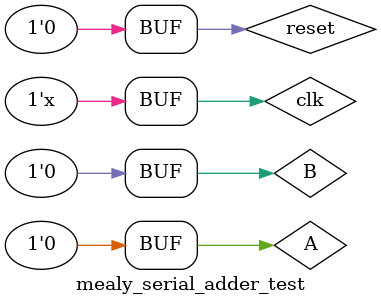
<source format=v>
module mealy_serial_adder_test;
reg A, B, clk, reset;
wire sum, carry;

mealy_serial_adder SA(sum, carry, A, B, clk, reset);

initial 
begin
	clk = 1'b0;
	$monitor($time, "sum=%b, carry=%b, A=%b, B=%b, clk, reset\n", sum, carry, A, B, clk, reset);
	#5 A = 1'b1; B = 1'b0; reset = 1'b0;  	//sum = 1 , carry = 0
	#10 A = 1'b0; B = 1'b1; reset = 1'b0;	//sum = 1 , carry = 0
	#10 A = 1'b1; B = 1'b1; reset = 1'b0;	//sum = 0 , carry = 1
	#10 A = 1'b1; B = 1'b1; reset = 1'b0;	//sum = 1 , carry = 1
	#10 A = 1'b0; B = 1'b0; reset = 1'b0;	//sum = 1 , carry = 0
	#10 A = 1'b1; B = 1'b1; reset = 1'b0;	//sum = 0 , carry = 1
	#10 A = 1'b1; B = 1'b0; reset = 1'b1;	//sum = 0 , carry = 0
	#10 A = 1'b1; B = 1'b1; reset = 1'b0;	//sum = 0 , carry = 1
	#10 A = 1'b0; B = 1'b0; reset = 1'b0;	//sum = 1 , carry = 0
	#10 A = 1'b0; B = 1'b0; reset = 1'b0;	//sum = 0 , carry = 0
end

always
begin
	#10 clk = ~clk;
end
endmodule

</source>
